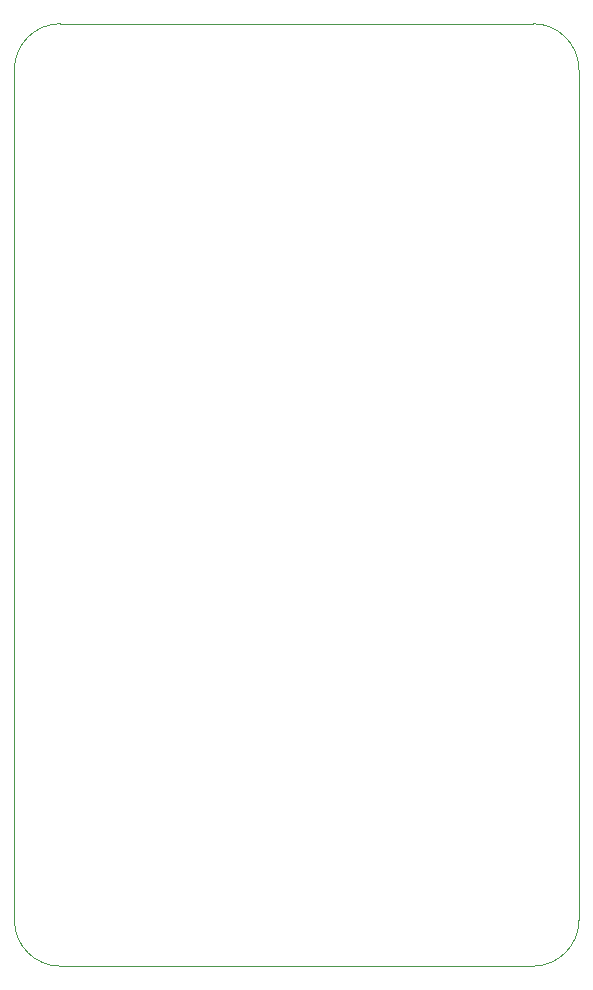
<source format=gko>
%TF.GenerationSoftware,KiCad,Pcbnew,4.0.7-e2-6376~58~ubuntu16.04.1*%
%TF.CreationDate,2018-02-08T09:12:14-08:00*%
%TF.ProjectId,6x10-Feather-Bluefruit-LE,367831302D466561746865722D426C75,1.0*%
%TF.FileFunction,Profile,NP*%
%FSLAX46Y46*%
G04 Gerber Fmt 4.6, Leading zero omitted, Abs format (unit mm)*
G04 Created by KiCad (PCBNEW 4.0.7-e2-6376~58~ubuntu16.04.1) date Thu Feb  8 09:12:14 2018*
%MOMM*%
%LPD*%
G01*
G04 APERTURE LIST*
%ADD10C,0.350000*%
%ADD11C,0.040640*%
G04 APERTURE END LIST*
D10*
D11*
X27359800Y-102553600D02*
X67359800Y-102553600D01*
X67359800Y-22753600D02*
X27359800Y-22753600D01*
X23459800Y-26553600D02*
X23459800Y-98653600D01*
X23459806Y-98660407D02*
G75*
G03X27359800Y-102553600I3899994J6807D01*
G01*
X27359800Y-22753600D02*
G75*
G03X23459800Y-26653600I0J-3900000D01*
G01*
X71259800Y-98653600D02*
X71259800Y-26653600D01*
X71259794Y-26646793D02*
G75*
G03X67359800Y-22753600I-3899994J-6807D01*
G01*
X67359800Y-102553600D02*
G75*
G03X71259800Y-98653600I0J3900000D01*
G01*
M02*

</source>
